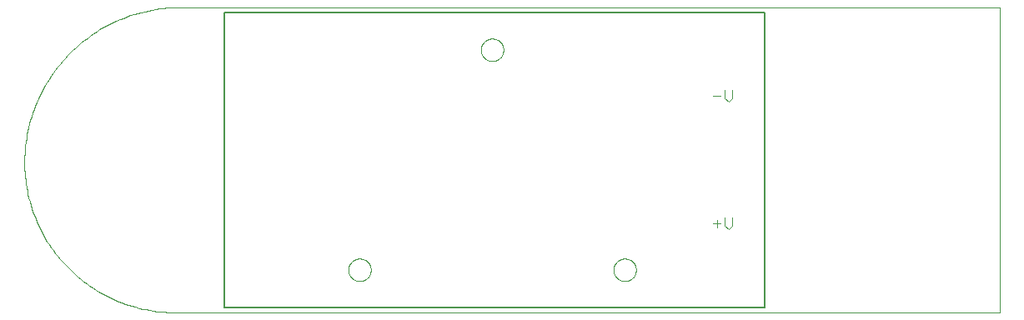
<source format=gbo>
G75*
%MOIN*%
%OFA0B0*%
%FSLAX25Y25*%
%IPPOS*%
%LPD*%
%AMOC8*
5,1,8,0,0,1.08239X$1,22.5*
%
%ADD10C,0.00000*%
%ADD11C,0.00500*%
%ADD12C,0.00400*%
D10*
X0067008Y0011800D02*
X0396564Y0011800D01*
X0396564Y0133847D01*
X0069822Y0133847D01*
X0189300Y0116800D02*
X0189302Y0116934D01*
X0189308Y0117068D01*
X0189318Y0117201D01*
X0189332Y0117335D01*
X0189350Y0117468D01*
X0189372Y0117600D01*
X0189397Y0117731D01*
X0189427Y0117862D01*
X0189461Y0117992D01*
X0189498Y0118120D01*
X0189539Y0118248D01*
X0189584Y0118374D01*
X0189633Y0118499D01*
X0189685Y0118622D01*
X0189741Y0118744D01*
X0189801Y0118864D01*
X0189864Y0118982D01*
X0189931Y0119098D01*
X0190001Y0119212D01*
X0190075Y0119324D01*
X0190152Y0119434D01*
X0190232Y0119542D01*
X0190315Y0119647D01*
X0190401Y0119749D01*
X0190490Y0119849D01*
X0190583Y0119946D01*
X0190678Y0120041D01*
X0190776Y0120132D01*
X0190876Y0120221D01*
X0190979Y0120306D01*
X0191085Y0120389D01*
X0191193Y0120468D01*
X0191303Y0120544D01*
X0191416Y0120617D01*
X0191531Y0120686D01*
X0191647Y0120752D01*
X0191766Y0120814D01*
X0191886Y0120873D01*
X0192009Y0120928D01*
X0192132Y0120980D01*
X0192257Y0121027D01*
X0192384Y0121071D01*
X0192512Y0121112D01*
X0192641Y0121148D01*
X0192771Y0121181D01*
X0192902Y0121209D01*
X0193033Y0121234D01*
X0193166Y0121255D01*
X0193299Y0121272D01*
X0193432Y0121285D01*
X0193566Y0121294D01*
X0193700Y0121299D01*
X0193834Y0121300D01*
X0193967Y0121297D01*
X0194101Y0121290D01*
X0194235Y0121279D01*
X0194368Y0121264D01*
X0194501Y0121245D01*
X0194633Y0121222D01*
X0194764Y0121196D01*
X0194894Y0121165D01*
X0195024Y0121130D01*
X0195152Y0121092D01*
X0195279Y0121050D01*
X0195405Y0121004D01*
X0195530Y0120954D01*
X0195653Y0120901D01*
X0195774Y0120844D01*
X0195894Y0120783D01*
X0196011Y0120719D01*
X0196127Y0120652D01*
X0196241Y0120581D01*
X0196352Y0120506D01*
X0196461Y0120429D01*
X0196568Y0120348D01*
X0196673Y0120264D01*
X0196774Y0120177D01*
X0196874Y0120087D01*
X0196970Y0119994D01*
X0197064Y0119898D01*
X0197155Y0119799D01*
X0197242Y0119698D01*
X0197327Y0119594D01*
X0197409Y0119488D01*
X0197487Y0119380D01*
X0197562Y0119269D01*
X0197634Y0119156D01*
X0197703Y0119040D01*
X0197768Y0118923D01*
X0197829Y0118804D01*
X0197887Y0118683D01*
X0197941Y0118561D01*
X0197992Y0118437D01*
X0198039Y0118311D01*
X0198082Y0118184D01*
X0198121Y0118056D01*
X0198157Y0117927D01*
X0198188Y0117797D01*
X0198216Y0117666D01*
X0198240Y0117534D01*
X0198260Y0117401D01*
X0198276Y0117268D01*
X0198288Y0117135D01*
X0198296Y0117001D01*
X0198300Y0116867D01*
X0198300Y0116733D01*
X0198296Y0116599D01*
X0198288Y0116465D01*
X0198276Y0116332D01*
X0198260Y0116199D01*
X0198240Y0116066D01*
X0198216Y0115934D01*
X0198188Y0115803D01*
X0198157Y0115673D01*
X0198121Y0115544D01*
X0198082Y0115416D01*
X0198039Y0115289D01*
X0197992Y0115163D01*
X0197941Y0115039D01*
X0197887Y0114917D01*
X0197829Y0114796D01*
X0197768Y0114677D01*
X0197703Y0114560D01*
X0197634Y0114444D01*
X0197562Y0114331D01*
X0197487Y0114220D01*
X0197409Y0114112D01*
X0197327Y0114006D01*
X0197242Y0113902D01*
X0197155Y0113801D01*
X0197064Y0113702D01*
X0196970Y0113606D01*
X0196874Y0113513D01*
X0196774Y0113423D01*
X0196673Y0113336D01*
X0196568Y0113252D01*
X0196461Y0113171D01*
X0196352Y0113094D01*
X0196241Y0113019D01*
X0196127Y0112948D01*
X0196011Y0112881D01*
X0195894Y0112817D01*
X0195774Y0112756D01*
X0195653Y0112699D01*
X0195530Y0112646D01*
X0195405Y0112596D01*
X0195279Y0112550D01*
X0195152Y0112508D01*
X0195024Y0112470D01*
X0194894Y0112435D01*
X0194764Y0112404D01*
X0194633Y0112378D01*
X0194501Y0112355D01*
X0194368Y0112336D01*
X0194235Y0112321D01*
X0194101Y0112310D01*
X0193967Y0112303D01*
X0193834Y0112300D01*
X0193700Y0112301D01*
X0193566Y0112306D01*
X0193432Y0112315D01*
X0193299Y0112328D01*
X0193166Y0112345D01*
X0193033Y0112366D01*
X0192902Y0112391D01*
X0192771Y0112419D01*
X0192641Y0112452D01*
X0192512Y0112488D01*
X0192384Y0112529D01*
X0192257Y0112573D01*
X0192132Y0112620D01*
X0192009Y0112672D01*
X0191886Y0112727D01*
X0191766Y0112786D01*
X0191647Y0112848D01*
X0191531Y0112914D01*
X0191416Y0112983D01*
X0191303Y0113056D01*
X0191193Y0113132D01*
X0191085Y0113211D01*
X0190979Y0113294D01*
X0190876Y0113379D01*
X0190776Y0113468D01*
X0190678Y0113559D01*
X0190583Y0113654D01*
X0190490Y0113751D01*
X0190401Y0113851D01*
X0190315Y0113953D01*
X0190232Y0114058D01*
X0190152Y0114166D01*
X0190075Y0114276D01*
X0190001Y0114388D01*
X0189931Y0114502D01*
X0189864Y0114618D01*
X0189801Y0114736D01*
X0189741Y0114856D01*
X0189685Y0114978D01*
X0189633Y0115101D01*
X0189584Y0115226D01*
X0189539Y0115352D01*
X0189498Y0115480D01*
X0189461Y0115608D01*
X0189427Y0115738D01*
X0189397Y0115869D01*
X0189372Y0116000D01*
X0189350Y0116132D01*
X0189332Y0116265D01*
X0189318Y0116399D01*
X0189308Y0116532D01*
X0189302Y0116666D01*
X0189300Y0116800D01*
X0069822Y0133848D02*
X0068319Y0133849D01*
X0066816Y0133815D01*
X0065314Y0133744D01*
X0063815Y0133637D01*
X0062319Y0133494D01*
X0060827Y0133314D01*
X0059339Y0133099D01*
X0057857Y0132848D01*
X0056381Y0132561D01*
X0054913Y0132238D01*
X0053454Y0131880D01*
X0052003Y0131487D01*
X0050562Y0131059D01*
X0049132Y0130596D01*
X0047713Y0130099D01*
X0046307Y0129568D01*
X0044914Y0129003D01*
X0043536Y0128404D01*
X0042172Y0127772D01*
X0040823Y0127108D01*
X0039492Y0126411D01*
X0038177Y0125682D01*
X0036880Y0124921D01*
X0035603Y0124130D01*
X0034344Y0123308D01*
X0033106Y0122455D01*
X0031889Y0121573D01*
X0030694Y0120662D01*
X0029521Y0119722D01*
X0028371Y0118754D01*
X0027244Y0117759D01*
X0026142Y0116737D01*
X0025065Y0115688D01*
X0024014Y0114614D01*
X0022989Y0113514D01*
X0021991Y0112390D01*
X0021020Y0111243D01*
X0020078Y0110072D01*
X0019164Y0108878D01*
X0018279Y0107663D01*
X0017423Y0106427D01*
X0016598Y0105171D01*
X0015804Y0103895D01*
X0015040Y0102601D01*
X0014308Y0101288D01*
X0013608Y0099958D01*
X0012940Y0098611D01*
X0012305Y0097249D01*
X0011703Y0095871D01*
X0011134Y0094480D01*
X0010600Y0093075D01*
X0010099Y0091658D01*
X0009633Y0090229D01*
X0009201Y0088789D01*
X0008805Y0087339D01*
X0008443Y0085880D01*
X0008117Y0084413D01*
X0007826Y0082938D01*
X0007572Y0081457D01*
X0007353Y0079970D01*
X0007170Y0078478D01*
X0007023Y0076982D01*
X0006912Y0075483D01*
X0006838Y0073981D01*
X0006799Y0072479D01*
X0006800Y0072479D02*
X0006800Y0072008D01*
X0006818Y0070553D01*
X0006870Y0069099D01*
X0006958Y0067647D01*
X0007081Y0066197D01*
X0007239Y0064751D01*
X0007432Y0063309D01*
X0007659Y0061872D01*
X0007922Y0060440D01*
X0008218Y0059016D01*
X0008550Y0057599D01*
X0008915Y0056191D01*
X0009314Y0054792D01*
X0009747Y0053403D01*
X0010213Y0052024D01*
X0010713Y0050658D01*
X0011245Y0049304D01*
X0011810Y0047963D01*
X0012407Y0046636D01*
X0013036Y0045324D01*
X0013696Y0044028D01*
X0014388Y0042748D01*
X0015111Y0041485D01*
X0015863Y0040240D01*
X0016646Y0039013D01*
X0017458Y0037806D01*
X0018299Y0036619D01*
X0019168Y0035452D01*
X0020065Y0034307D01*
X0020990Y0033183D01*
X0021942Y0032083D01*
X0022920Y0031005D01*
X0023923Y0029952D01*
X0024952Y0028923D01*
X0026005Y0027920D01*
X0027083Y0026942D01*
X0028183Y0025990D01*
X0029307Y0025065D01*
X0030452Y0024168D01*
X0031619Y0023299D01*
X0032806Y0022458D01*
X0034013Y0021646D01*
X0035240Y0020863D01*
X0036485Y0020111D01*
X0037748Y0019388D01*
X0039028Y0018696D01*
X0040324Y0018036D01*
X0041636Y0017407D01*
X0042963Y0016810D01*
X0044304Y0016245D01*
X0045658Y0015713D01*
X0047024Y0015213D01*
X0048403Y0014747D01*
X0049792Y0014314D01*
X0051191Y0013915D01*
X0052599Y0013550D01*
X0054016Y0013218D01*
X0055440Y0012922D01*
X0056872Y0012659D01*
X0058309Y0012432D01*
X0059751Y0012239D01*
X0061197Y0012081D01*
X0062647Y0011958D01*
X0064099Y0011870D01*
X0065553Y0011818D01*
X0067008Y0011800D01*
X0136300Y0028800D02*
X0136302Y0028934D01*
X0136308Y0029068D01*
X0136318Y0029201D01*
X0136332Y0029335D01*
X0136350Y0029468D01*
X0136372Y0029600D01*
X0136397Y0029731D01*
X0136427Y0029862D01*
X0136461Y0029992D01*
X0136498Y0030120D01*
X0136539Y0030248D01*
X0136584Y0030374D01*
X0136633Y0030499D01*
X0136685Y0030622D01*
X0136741Y0030744D01*
X0136801Y0030864D01*
X0136864Y0030982D01*
X0136931Y0031098D01*
X0137001Y0031212D01*
X0137075Y0031324D01*
X0137152Y0031434D01*
X0137232Y0031542D01*
X0137315Y0031647D01*
X0137401Y0031749D01*
X0137490Y0031849D01*
X0137583Y0031946D01*
X0137678Y0032041D01*
X0137776Y0032132D01*
X0137876Y0032221D01*
X0137979Y0032306D01*
X0138085Y0032389D01*
X0138193Y0032468D01*
X0138303Y0032544D01*
X0138416Y0032617D01*
X0138531Y0032686D01*
X0138647Y0032752D01*
X0138766Y0032814D01*
X0138886Y0032873D01*
X0139009Y0032928D01*
X0139132Y0032980D01*
X0139257Y0033027D01*
X0139384Y0033071D01*
X0139512Y0033112D01*
X0139641Y0033148D01*
X0139771Y0033181D01*
X0139902Y0033209D01*
X0140033Y0033234D01*
X0140166Y0033255D01*
X0140299Y0033272D01*
X0140432Y0033285D01*
X0140566Y0033294D01*
X0140700Y0033299D01*
X0140834Y0033300D01*
X0140967Y0033297D01*
X0141101Y0033290D01*
X0141235Y0033279D01*
X0141368Y0033264D01*
X0141501Y0033245D01*
X0141633Y0033222D01*
X0141764Y0033196D01*
X0141894Y0033165D01*
X0142024Y0033130D01*
X0142152Y0033092D01*
X0142279Y0033050D01*
X0142405Y0033004D01*
X0142530Y0032954D01*
X0142653Y0032901D01*
X0142774Y0032844D01*
X0142894Y0032783D01*
X0143011Y0032719D01*
X0143127Y0032652D01*
X0143241Y0032581D01*
X0143352Y0032506D01*
X0143461Y0032429D01*
X0143568Y0032348D01*
X0143673Y0032264D01*
X0143774Y0032177D01*
X0143874Y0032087D01*
X0143970Y0031994D01*
X0144064Y0031898D01*
X0144155Y0031799D01*
X0144242Y0031698D01*
X0144327Y0031594D01*
X0144409Y0031488D01*
X0144487Y0031380D01*
X0144562Y0031269D01*
X0144634Y0031156D01*
X0144703Y0031040D01*
X0144768Y0030923D01*
X0144829Y0030804D01*
X0144887Y0030683D01*
X0144941Y0030561D01*
X0144992Y0030437D01*
X0145039Y0030311D01*
X0145082Y0030184D01*
X0145121Y0030056D01*
X0145157Y0029927D01*
X0145188Y0029797D01*
X0145216Y0029666D01*
X0145240Y0029534D01*
X0145260Y0029401D01*
X0145276Y0029268D01*
X0145288Y0029135D01*
X0145296Y0029001D01*
X0145300Y0028867D01*
X0145300Y0028733D01*
X0145296Y0028599D01*
X0145288Y0028465D01*
X0145276Y0028332D01*
X0145260Y0028199D01*
X0145240Y0028066D01*
X0145216Y0027934D01*
X0145188Y0027803D01*
X0145157Y0027673D01*
X0145121Y0027544D01*
X0145082Y0027416D01*
X0145039Y0027289D01*
X0144992Y0027163D01*
X0144941Y0027039D01*
X0144887Y0026917D01*
X0144829Y0026796D01*
X0144768Y0026677D01*
X0144703Y0026560D01*
X0144634Y0026444D01*
X0144562Y0026331D01*
X0144487Y0026220D01*
X0144409Y0026112D01*
X0144327Y0026006D01*
X0144242Y0025902D01*
X0144155Y0025801D01*
X0144064Y0025702D01*
X0143970Y0025606D01*
X0143874Y0025513D01*
X0143774Y0025423D01*
X0143673Y0025336D01*
X0143568Y0025252D01*
X0143461Y0025171D01*
X0143352Y0025094D01*
X0143241Y0025019D01*
X0143127Y0024948D01*
X0143011Y0024881D01*
X0142894Y0024817D01*
X0142774Y0024756D01*
X0142653Y0024699D01*
X0142530Y0024646D01*
X0142405Y0024596D01*
X0142279Y0024550D01*
X0142152Y0024508D01*
X0142024Y0024470D01*
X0141894Y0024435D01*
X0141764Y0024404D01*
X0141633Y0024378D01*
X0141501Y0024355D01*
X0141368Y0024336D01*
X0141235Y0024321D01*
X0141101Y0024310D01*
X0140967Y0024303D01*
X0140834Y0024300D01*
X0140700Y0024301D01*
X0140566Y0024306D01*
X0140432Y0024315D01*
X0140299Y0024328D01*
X0140166Y0024345D01*
X0140033Y0024366D01*
X0139902Y0024391D01*
X0139771Y0024419D01*
X0139641Y0024452D01*
X0139512Y0024488D01*
X0139384Y0024529D01*
X0139257Y0024573D01*
X0139132Y0024620D01*
X0139009Y0024672D01*
X0138886Y0024727D01*
X0138766Y0024786D01*
X0138647Y0024848D01*
X0138531Y0024914D01*
X0138416Y0024983D01*
X0138303Y0025056D01*
X0138193Y0025132D01*
X0138085Y0025211D01*
X0137979Y0025294D01*
X0137876Y0025379D01*
X0137776Y0025468D01*
X0137678Y0025559D01*
X0137583Y0025654D01*
X0137490Y0025751D01*
X0137401Y0025851D01*
X0137315Y0025953D01*
X0137232Y0026058D01*
X0137152Y0026166D01*
X0137075Y0026276D01*
X0137001Y0026388D01*
X0136931Y0026502D01*
X0136864Y0026618D01*
X0136801Y0026736D01*
X0136741Y0026856D01*
X0136685Y0026978D01*
X0136633Y0027101D01*
X0136584Y0027226D01*
X0136539Y0027352D01*
X0136498Y0027480D01*
X0136461Y0027608D01*
X0136427Y0027738D01*
X0136397Y0027869D01*
X0136372Y0028000D01*
X0136350Y0028132D01*
X0136332Y0028265D01*
X0136318Y0028399D01*
X0136308Y0028532D01*
X0136302Y0028666D01*
X0136300Y0028800D01*
X0242300Y0028800D02*
X0242302Y0028934D01*
X0242308Y0029068D01*
X0242318Y0029201D01*
X0242332Y0029335D01*
X0242350Y0029468D01*
X0242372Y0029600D01*
X0242397Y0029731D01*
X0242427Y0029862D01*
X0242461Y0029992D01*
X0242498Y0030120D01*
X0242539Y0030248D01*
X0242584Y0030374D01*
X0242633Y0030499D01*
X0242685Y0030622D01*
X0242741Y0030744D01*
X0242801Y0030864D01*
X0242864Y0030982D01*
X0242931Y0031098D01*
X0243001Y0031212D01*
X0243075Y0031324D01*
X0243152Y0031434D01*
X0243232Y0031542D01*
X0243315Y0031647D01*
X0243401Y0031749D01*
X0243490Y0031849D01*
X0243583Y0031946D01*
X0243678Y0032041D01*
X0243776Y0032132D01*
X0243876Y0032221D01*
X0243979Y0032306D01*
X0244085Y0032389D01*
X0244193Y0032468D01*
X0244303Y0032544D01*
X0244416Y0032617D01*
X0244531Y0032686D01*
X0244647Y0032752D01*
X0244766Y0032814D01*
X0244886Y0032873D01*
X0245009Y0032928D01*
X0245132Y0032980D01*
X0245257Y0033027D01*
X0245384Y0033071D01*
X0245512Y0033112D01*
X0245641Y0033148D01*
X0245771Y0033181D01*
X0245902Y0033209D01*
X0246033Y0033234D01*
X0246166Y0033255D01*
X0246299Y0033272D01*
X0246432Y0033285D01*
X0246566Y0033294D01*
X0246700Y0033299D01*
X0246834Y0033300D01*
X0246967Y0033297D01*
X0247101Y0033290D01*
X0247235Y0033279D01*
X0247368Y0033264D01*
X0247501Y0033245D01*
X0247633Y0033222D01*
X0247764Y0033196D01*
X0247894Y0033165D01*
X0248024Y0033130D01*
X0248152Y0033092D01*
X0248279Y0033050D01*
X0248405Y0033004D01*
X0248530Y0032954D01*
X0248653Y0032901D01*
X0248774Y0032844D01*
X0248894Y0032783D01*
X0249011Y0032719D01*
X0249127Y0032652D01*
X0249241Y0032581D01*
X0249352Y0032506D01*
X0249461Y0032429D01*
X0249568Y0032348D01*
X0249673Y0032264D01*
X0249774Y0032177D01*
X0249874Y0032087D01*
X0249970Y0031994D01*
X0250064Y0031898D01*
X0250155Y0031799D01*
X0250242Y0031698D01*
X0250327Y0031594D01*
X0250409Y0031488D01*
X0250487Y0031380D01*
X0250562Y0031269D01*
X0250634Y0031156D01*
X0250703Y0031040D01*
X0250768Y0030923D01*
X0250829Y0030804D01*
X0250887Y0030683D01*
X0250941Y0030561D01*
X0250992Y0030437D01*
X0251039Y0030311D01*
X0251082Y0030184D01*
X0251121Y0030056D01*
X0251157Y0029927D01*
X0251188Y0029797D01*
X0251216Y0029666D01*
X0251240Y0029534D01*
X0251260Y0029401D01*
X0251276Y0029268D01*
X0251288Y0029135D01*
X0251296Y0029001D01*
X0251300Y0028867D01*
X0251300Y0028733D01*
X0251296Y0028599D01*
X0251288Y0028465D01*
X0251276Y0028332D01*
X0251260Y0028199D01*
X0251240Y0028066D01*
X0251216Y0027934D01*
X0251188Y0027803D01*
X0251157Y0027673D01*
X0251121Y0027544D01*
X0251082Y0027416D01*
X0251039Y0027289D01*
X0250992Y0027163D01*
X0250941Y0027039D01*
X0250887Y0026917D01*
X0250829Y0026796D01*
X0250768Y0026677D01*
X0250703Y0026560D01*
X0250634Y0026444D01*
X0250562Y0026331D01*
X0250487Y0026220D01*
X0250409Y0026112D01*
X0250327Y0026006D01*
X0250242Y0025902D01*
X0250155Y0025801D01*
X0250064Y0025702D01*
X0249970Y0025606D01*
X0249874Y0025513D01*
X0249774Y0025423D01*
X0249673Y0025336D01*
X0249568Y0025252D01*
X0249461Y0025171D01*
X0249352Y0025094D01*
X0249241Y0025019D01*
X0249127Y0024948D01*
X0249011Y0024881D01*
X0248894Y0024817D01*
X0248774Y0024756D01*
X0248653Y0024699D01*
X0248530Y0024646D01*
X0248405Y0024596D01*
X0248279Y0024550D01*
X0248152Y0024508D01*
X0248024Y0024470D01*
X0247894Y0024435D01*
X0247764Y0024404D01*
X0247633Y0024378D01*
X0247501Y0024355D01*
X0247368Y0024336D01*
X0247235Y0024321D01*
X0247101Y0024310D01*
X0246967Y0024303D01*
X0246834Y0024300D01*
X0246700Y0024301D01*
X0246566Y0024306D01*
X0246432Y0024315D01*
X0246299Y0024328D01*
X0246166Y0024345D01*
X0246033Y0024366D01*
X0245902Y0024391D01*
X0245771Y0024419D01*
X0245641Y0024452D01*
X0245512Y0024488D01*
X0245384Y0024529D01*
X0245257Y0024573D01*
X0245132Y0024620D01*
X0245009Y0024672D01*
X0244886Y0024727D01*
X0244766Y0024786D01*
X0244647Y0024848D01*
X0244531Y0024914D01*
X0244416Y0024983D01*
X0244303Y0025056D01*
X0244193Y0025132D01*
X0244085Y0025211D01*
X0243979Y0025294D01*
X0243876Y0025379D01*
X0243776Y0025468D01*
X0243678Y0025559D01*
X0243583Y0025654D01*
X0243490Y0025751D01*
X0243401Y0025851D01*
X0243315Y0025953D01*
X0243232Y0026058D01*
X0243152Y0026166D01*
X0243075Y0026276D01*
X0243001Y0026388D01*
X0242931Y0026502D01*
X0242864Y0026618D01*
X0242801Y0026736D01*
X0242741Y0026856D01*
X0242685Y0026978D01*
X0242633Y0027101D01*
X0242584Y0027226D01*
X0242539Y0027352D01*
X0242498Y0027480D01*
X0242461Y0027608D01*
X0242427Y0027738D01*
X0242397Y0027869D01*
X0242372Y0028000D01*
X0242350Y0028132D01*
X0242332Y0028265D01*
X0242318Y0028399D01*
X0242308Y0028532D01*
X0242302Y0028666D01*
X0242300Y0028800D01*
D11*
X0302800Y0013800D02*
X0302800Y0131800D01*
X0086800Y0131800D01*
X0086800Y0013800D01*
X0302800Y0013800D01*
D12*
X0288273Y0045000D02*
X0286739Y0046535D01*
X0286739Y0049604D01*
X0289808Y0049604D02*
X0289808Y0046535D01*
X0288273Y0045000D01*
X0285204Y0047302D02*
X0282135Y0047302D01*
X0283669Y0048837D02*
X0283669Y0045767D01*
X0288273Y0096000D02*
X0286739Y0097535D01*
X0286739Y0100604D01*
X0289808Y0100604D02*
X0289808Y0097535D01*
X0288273Y0096000D01*
X0285204Y0098302D02*
X0282135Y0098302D01*
M02*

</source>
